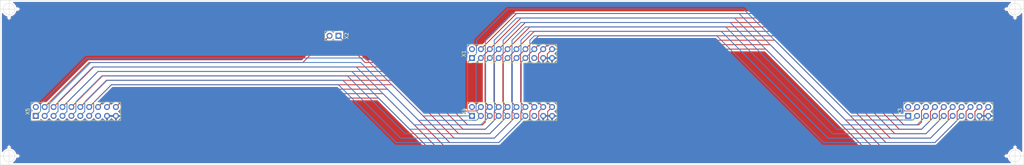
<source format=kicad_pcb>
(kicad_pcb (version 20211014) (generator pcbnew)
  (layers (0 "F.Cu" signal) (31 "B.Cu" signal) (34 "B.Paste" user) (35 "F.Paste" user) (36 "B.SilkS" user "B.Silkscreen") (37 "F.SilkS" user "F.Silkscreen") (38 "B.Mask" user) (39 "F.Mask" user) (44 "Edge.Cuts" user))
  (net 0 "")
  (net 1 "/A6")
  (net 3 "/A5")
  (net 4 "/CS0")
  (net 5 "/A4")
  (net 6 "/D7")
  (net 7 "/A3")
  (net 8 "/D6")
  (net 9 "/A2")
  (net 10 "/D5")
  (net 11 "/A1")
  (net 12 "/D4")
  (net 13 "/A0")
  (net 14 "/D3")
  (net 16 "/D2")
  (net 17 "GND")
  (net 18 "/D1")
  (net 19 "/D0")
  (net 20 "/CS1")
  (net 21 "/CS2")
  (footprint "Connector_PinHeader_2.54mm:PinHeader_2x10_P2.54mm_Vertical" (layer "F.Cu") (at 154.94 116.84 90)
    (fp_text reference "X4" (at 1.27 -2.33 90) (layer "F.SilkS"))
    (fp_text value "MA10X2")
    (fp_line (start 3.87 -1.33) (end 3.87 24.19) (layer "F.SilkS") (width 0.12))
    (fp_line (start -1.33 24.19) (end 3.87 24.19) (layer "F.SilkS") (width 0.12))
    (fp_line (start -1.33 1.27) (end -1.33 24.19) (layer "F.SilkS") (width 0.12))
    (fp_line (start -1.33 1.27) (end 1.27 1.27) (layer "F.SilkS") (width 0.12))
    (fp_line (start -1.33 -1.33) (end 0 -1.33) (layer "F.SilkS") (width 0.12))
    (fp_line (start 1.27 1.27) (end 1.27 -1.33) (layer "F.SilkS") (width 0.12))
    (fp_line (start -1.33 0) (end -1.33 -1.33) (layer "F.SilkS") (width 0.12))
    (fp_line (start 1.27 -1.33) (end 3.87 -1.33) (layer "F.SilkS") (width 0.12))
    (pad "1" thru_hole rect (at 0 0 90) (size 1.7 1.7) (drill 1) (layers *.Cu *.Mask) (net 1 "/A6"))
    (pad "2" thru_hole oval (at 2.54 0 90) (size 1.7 1.7) (drill 1) (layers *.Cu *.Mask))
    (pad "3" thru_hole oval (at 0 2.54 90) (size 1.7 1.7) (drill 1) (layers *.Cu *.Mask) (net 3 "/A5"))
    (pad "4" thru_hole oval (at 2.54 2.54 90) (size 1.7 1.7) (drill 1) (layers *.Cu *.Mask) (net 20 "/CS1"))
    (pad "5" thru_hole oval (at 0 5.08 90) (size 1.7 1.7) (drill 1) (layers *.Cu *.Mask) (net 5 "/A4"))
    (pad "6" thru_hole oval (at 2.54 5.08 90) (size 1.7 1.7) (drill 1) (layers *.Cu *.Mask) (net 6 "/D7"))
    (pad "7" thru_hole oval (at 0 7.62 90) (size 1.7 1.7) (drill 1) (layers *.Cu *.Mask) (net 7 "/A3"))
    (pad "8" thru_hole oval (at 2.54 7.62 90) (size 1.7 1.7) (drill 1) (layers *.Cu *.Mask) (net 8 "/D6"))
    (pad "9" thru_hole oval (at 0 10.16 90) (size 1.7 1.7) (drill 1) (layers *.Cu *.Mask) (net 9 "/A2"))
    (pad "10" thru_hole oval (at 2.54 10.16 90) (size 1.7 1.7) (drill 1) (layers *.Cu *.Mask) (net 10 "/D5"))
    (pad "11" thru_hole oval (at 0 12.7 90) (size 1.7 1.7) (drill 1) (layers *.Cu *.Mask) (net 11 "/A1"))
    (pad "12" thru_hole oval (at 2.54 12.7 90) (size 1.7 1.7) (drill 1) (layers *.Cu *.Mask) (net 12 "/D4"))
    (pad "13" thru_hole oval (at 0 15.24 90) (size 1.7 1.7) (drill 1) (layers *.Cu *.Mask) (net 13 "/A0"))
    (pad "14" thru_hole oval (at 2.54 15.24 90) (size 1.7 1.7) (drill 1) (layers *.Cu *.Mask) (net 14 "/D3"))
    (pad "15" thru_hole oval (at 0 17.78 90) (size 1.7 1.7) (drill 1) (layers *.Cu *.Mask))
    (pad "16" thru_hole oval (at 2.54 17.78 90) (size 1.7 1.7) (drill 1) (layers *.Cu *.Mask) (net 16 "/D2"))
    (pad "17" thru_hole oval (at 0 20.32 90) (size 1.7 1.7) (drill 1) (layers *.Cu *.Mask) (net 17 "GND"))
    (pad "18" thru_hole oval (at 2.54 20.32 90) (size 1.7 1.7) (drill 1) (layers *.Cu *.Mask) (net 18 "/D1"))
    (pad "19" thru_hole oval (at 0 22.86 90) (size 1.7 1.7) (drill 1) (layers *.Cu *.Mask) (net 17 "GND"))
    (pad "20" thru_hole oval (at 2.54 22.86 90) (size 1.7 1.7) (drill 1) (layers *.Cu *.Mask) (net 19 "/D0"))
  )
  (footprint "Connector_PinHeader_2.54mm:PinHeader_2x10_P2.54mm_Vertical" (layer "F.Cu") (at 30.48 116.84 90)
    (fp_text reference "X5" (at 1.27 -2.33 90) (layer "F.SilkS"))
    (fp_text value "MA10X2")
    (fp_line (start -1.33 1.27) (end -1.33 24.19) (layer "F.SilkS") (width 0.12))
    (fp_line (start 3.87 -1.33) (end 3.87 24.19) (layer "F.SilkS") (width 0.12))
    (fp_line (start 1.27 -1.33) (end 3.87 -1.33) (layer "F.SilkS") (width 0.12))
    (fp_line (start 1.27 1.27) (end 1.27 -1.33) (layer "F.SilkS") (width 0.12))
    (fp_line (start -1.33 1.27) (end 1.27 1.27) (layer "F.SilkS") (width 0.12))
    (fp_line (start -1.33 24.19) (end 3.87 24.19) (layer "F.SilkS") (width 0.12))
    (fp_line (start -1.33 -1.33) (end 0 -1.33) (layer "F.SilkS") (width 0.12))
    (fp_line (start -1.33 0) (end -1.33 -1.33) (layer "F.SilkS") (width 0.12))
    (pad "1" thru_hole rect (at 0 0 90) (size 1.7 1.7) (drill 1) (layers *.Cu *.Mask) (net 1 "/A6"))
    (pad "2" thru_hole oval (at 2.54 0 90) (size 1.7 1.7) (drill 1) (layers *.Cu *.Mask))
    (pad "3" thru_hole oval (at 0 2.54 90) (size 1.7 1.7) (drill 1) (layers *.Cu *.Mask) (net 3 "/A5"))
    (pad "4" thru_hole oval (at 2.54 2.54 90) (size 1.7 1.7) (drill 1) (layers *.Cu *.Mask) (net 21 "/CS2"))
    (pad "5" thru_hole oval (at 0 5.08 90) (size 1.7 1.7) (drill 1) (layers *.Cu *.Mask) (net 5 "/A4"))
    (pad "6" thru_hole oval (at 2.54 5.08 90) (size 1.7 1.7) (drill 1) (layers *.Cu *.Mask) (net 6 "/D7"))
    (pad "7" thru_hole oval (at 0 7.62 90) (size 1.7 1.7) (drill 1) (layers *.Cu *.Mask) (net 7 "/A3"))
    (pad "8" thru_hole oval (at 2.54 7.62 90) (size 1.7 1.7) (drill 1) (layers *.Cu *.Mask) (net 8 "/D6"))
    (pad "9" thru_hole oval (at 0 10.16 90) (size 1.7 1.7) (drill 1) (layers *.Cu *.Mask) (net 9 "/A2"))
    (pad "10" thru_hole oval (at 2.54 10.16 90) (size 1.7 1.7) (drill 1) (layers *.Cu *.Mask) (net 10 "/D5"))
    (pad "11" thru_hole oval (at 0 12.7 90) (size 1.7 1.7) (drill 1) (layers *.Cu *.Mask) (net 11 "/A1"))
    (pad "12" thru_hole oval (at 2.54 12.7 90) (size 1.7 1.7) (drill 1) (layers *.Cu *.Mask) (net 12 "/D4"))
    (pad "13" thru_hole oval (at 0 15.24 90) (size 1.7 1.7) (drill 1) (layers *.Cu *.Mask) (net 13 "/A0"))
    (pad "14" thru_hole oval (at 2.54 15.24 90) (size 1.7 1.7) (drill 1) (layers *.Cu *.Mask) (net 14 "/D3"))
    (pad "15" thru_hole oval (at 0 17.78 90) (size 1.7 1.7) (drill 1) (layers *.Cu *.Mask))
    (pad "16" thru_hole oval (at 2.54 17.78 90) (size 1.7 1.7) (drill 1) (layers *.Cu *.Mask) (net 16 "/D2"))
    (pad "17" thru_hole oval (at 0 20.32 90) (size 1.7 1.7) (drill 1) (layers *.Cu *.Mask) (net 17 "GND"))
    (pad "18" thru_hole oval (at 2.54 20.32 90) (size 1.7 1.7) (drill 1) (layers *.Cu *.Mask) (net 18 "/D1"))
    (pad "19" thru_hole oval (at 0 22.86 90) (size 1.7 1.7) (drill 1) (layers *.Cu *.Mask) (net 17 "GND"))
    (pad "20" thru_hole oval (at 2.54 22.86 90) (size 1.7 1.7) (drill 1) (layers *.Cu *.Mask) (net 19 "/D0"))
  )
  (footprint "Connector_PinHeader_2.54mm:PinHeader_1x02_P2.54mm_Vertical" (layer "F.Cu") (at 116.84 93.98 -90)
    (fp_text reference "X2" (at 0 -2.33 90) (layer "F.SilkS"))
    (fp_text value "J1X2")
    (fp_line (start 1.33 1.27) (end 1.33 3.87) (layer "F.SilkS") (width 0.12))
    (fp_line (start -1.33 -1.33) (end 0 -1.33) (layer "F.SilkS") (width 0.12))
    (fp_line (start -1.33 1.27) (end -1.33 3.87) (layer "F.SilkS") (width 0.12))
    (fp_line (start -1.33 1.27) (end 1.33 1.27) (layer "F.SilkS") (width 0.12))
    (fp_line (start -1.33 3.87) (end 1.33 3.87) (layer "F.SilkS") (width 0.12))
    (fp_line (start -1.33 0) (end -1.33 -1.33) (layer "F.SilkS") (width 0.12))
    (pad "1" thru_hole rect (at 0 0 270) (size 1.7 1.7) (drill 1) (layers *.Cu *.Mask) (net 20 "/CS1"))
    (pad "2" thru_hole oval (at 0 2.54 270) (size 1.7 1.7) (drill 1) (layers *.Cu *.Mask) (net 21 "/CS2"))
  )
  (footprint "Connector_PinHeader_2.54mm:PinHeader_2x10_P2.54mm_Vertical" (layer "F.Cu") (at 154.94 100.33 90)
    (fp_text reference "X1" (at 1.27 -2.33 90) (layer "F.SilkS"))
    (fp_text value "MA10X2")
    (fp_line (start -1.33 1.27) (end -1.33 24.19) (layer "F.SilkS") (width 0.12))
    (fp_line (start -1.33 0) (end -1.33 -1.33) (layer "F.SilkS") (width 0.12))
    (fp_line (start 1.27 1.27) (end 1.27 -1.33) (layer "F.SilkS") (width 0.12))
    (fp_line (start -1.33 1.27) (end 1.27 1.27) (layer "F.SilkS") (width 0.12))
    (fp_line (start -1.33 24.19) (end 3.87 24.19) (layer "F.SilkS") (width 0.12))
    (fp_line (start -1.33 -1.33) (end 0 -1.33) (layer "F.SilkS") (width 0.12))
    (fp_line (start 1.27 -1.33) (end 3.87 -1.33) (layer "F.SilkS") (width 0.12))
    (fp_line (start 3.87 -1.33) (end 3.87 24.19) (layer "F.SilkS") (width 0.12))
    (pad "1" thru_hole rect (at 0 0 90) (size 1.7 1.7) (drill 1) (layers *.Cu *.Mask) (net 1 "/A6"))
    (pad "2" thru_hole oval (at 2.54 0 90) (size 1.7 1.7) (drill 1) (layers *.Cu *.Mask))
    (pad "3" thru_hole oval (at 0 2.54 90) (size 1.7 1.7) (drill 1) (layers *.Cu *.Mask) (net 3 "/A5"))
    (pad "4" thru_hole oval (at 2.54 2.54 90) (size 1.7 1.7) (drill 1) (layers *.Cu *.Mask) (net 4 "/CS0"))
    (pad "5" thru_hole oval (at 0 5.08 90) (size 1.7 1.7) (drill 1) (layers *.Cu *.Mask) (net 5 "/A4"))
    (pad "6" thru_hole oval (at 2.54 5.08 90) (size 1.7 1.7) (drill 1) (layers *.Cu *.Mask) (net 6 "/D7"))
    (pad "7" thru_hole oval (at 0 7.62 90) (size 1.7 1.7) (drill 1) (layers *.Cu *.Mask) (net 7 "/A3"))
    (pad "8" thru_hole oval (at 2.54 7.62 90) (size 1.7 1.7) (drill 1) (layers *.Cu *.Mask) (net 8 "/D6"))
    (pad "9" thru_hole oval (at 0 10.16 90) (size 1.7 1.7) (drill 1) (layers *.Cu *.Mask) (net 9 "/A2"))
    (pad "10" thru_hole oval (at 2.54 10.16 90) (size 1.7 1.7) (drill 1) (layers *.Cu *.Mask) (net 10 "/D5"))
    (pad "11" thru_hole oval (at 0 12.7 90) (size 1.7 1.7) (drill 1) (layers *.Cu *.Mask) (net 11 "/A1"))
    (pad "12" thru_hole oval (at 2.54 12.7 90) (size 1.7 1.7) (drill 1) (layers *.Cu *.Mask) (net 12 "/D4"))
    (pad "13" thru_hole oval (at 0 15.24 90) (size 1.7 1.7) (drill 1) (layers *.Cu *.Mask) (net 13 "/A0"))
    (pad "14" thru_hole oval (at 2.54 15.24 90) (size 1.7 1.7) (drill 1) (layers *.Cu *.Mask) (net 14 "/D3"))
    (pad "15" thru_hole oval (at 0 17.78 90) (size 1.7 1.7) (drill 1) (layers *.Cu *.Mask))
    (pad "16" thru_hole oval (at 2.54 17.78 90) (size 1.7 1.7) (drill 1) (layers *.Cu *.Mask) (net 16 "/D2"))
    (pad "17" thru_hole oval (at 0 20.32 90) (size 1.7 1.7) (drill 1) (layers *.Cu *.Mask) (net 17 "GND"))
    (pad "18" thru_hole oval (at 2.54 20.32 90) (size 1.7 1.7) (drill 1) (layers *.Cu *.Mask) (net 18 "/D1"))
    (pad "19" thru_hole oval (at 0 22.86 90) (size 1.7 1.7) (drill 1) (layers *.Cu *.Mask) (net 17 "GND"))
    (pad "20" thru_hole oval (at 2.54 22.86 90) (size 1.7 1.7) (drill 1) (layers *.Cu *.Mask) (net 19 "/D0"))
  )
  (footprint "Connector_PinHeader_2.54mm:PinHeader_2x10_P2.54mm_Vertical" (layer "F.Cu") (at 279.4 116.84 90)
    (fp_text reference "X3" (at 1.27 -2.33 90) (layer "F.SilkS"))
    (fp_text value "MA10X2")
    (fp_line (start -1.33 0) (end -1.33 -1.33) (layer "F.SilkS") (width 0.12))
    (fp_line (start -1.33 24.19) (end 3.87 24.19) (layer "F.SilkS") (width 0.12))
    (fp_line (start -1.33 -1.33) (end 0 -1.33) (layer "F.SilkS") (width 0.12))
    (fp_line (start 1.27 1.27) (end 1.27 -1.33) (layer "F.SilkS") (width 0.12))
    (fp_line (start 1.27 -1.33) (end 3.87 -1.33) (layer "F.SilkS") (width 0.12))
    (fp_line (start -1.33 1.27) (end 1.27 1.27) (layer "F.SilkS") (width 0.12))
    (fp_line (start -1.33 1.27) (end -1.33 24.19) (layer "F.SilkS") (width 0.12))
    (fp_line (start 3.87 -1.33) (end 3.87 24.19) (layer "F.SilkS") (width 0.12))
    (pad "1" thru_hole rect (at 0 0 90) (size 1.7 1.7) (drill 1) (layers *.Cu *.Mask) (net 1 "/A6"))
    (pad "2" thru_hole oval (at 2.54 0 90) (size 1.7 1.7) (drill 1) (layers *.Cu *.Mask))
    (pad "3" thru_hole oval (at 0 2.54 90) (size 1.7 1.7) (drill 1) (layers *.Cu *.Mask) (net 3 "/A5"))
    (pad "4" thru_hole oval (at 2.54 2.54 90) (size 1.7 1.7) (drill 1) (layers *.Cu *.Mask) (net 4 "/CS0"))
    (pad "5" thru_hole oval (at 0 5.08 90) (size 1.7 1.7) (drill 1) (layers *.Cu *.Mask) (net 5 "/A4"))
    (pad "6" thru_hole oval (at 2.54 5.08 90) (size 1.7 1.7) (drill 1) (layers *.Cu *.Mask) (net 6 "/D7"))
    (pad "7" thru_hole oval (at 0 7.62 90) (size 1.7 1.7) (drill 1) (layers *.Cu *.Mask) (net 7 "/A3"))
    (pad "8" thru_hole oval (at 2.54 7.62 90) (size 1.7 1.7) (drill 1) (layers *.Cu *.Mask) (net 8 "/D6"))
    (pad "9" thru_hole oval (at 0 10.16 90) (size 1.7 1.7) (drill 1) (layers *.Cu *.Mask) (net 9 "/A2"))
    (pad "10" thru_hole oval (at 2.54 10.16 90) (size 1.7 1.7) (drill 1) (layers *.Cu *.Mask) (net 10 "/D5"))
    (pad "11" thru_hole oval (at 0 12.7 90) (size 1.7 1.7) (drill 1) (layers *.Cu *.Mask) (net 11 "/A1"))
    (pad "12" thru_hole oval (at 2.54 12.7 90) (size 1.7 1.7) (drill 1) (layers *.Cu *.Mask) (net 12 "/D4"))
    (pad "13" thru_hole oval (at 0 15.24 90) (size 1.7 1.7) (drill 1) (layers *.Cu *.Mask) (net 13 "/A0"))
    (pad "14" thru_hole oval (at 2.54 15.24 90) (size 1.7 1.7) (drill 1) (layers *.Cu *.Mask) (net 14 "/D3"))
    (pad "15" thru_hole oval (at 0 17.78 90) (size 1.7 1.7) (drill 1) (layers *.Cu *.Mask))
    (pad "16" thru_hole oval (at 2.54 17.78 90) (size 1.7 1.7) (drill 1) (layers *.Cu *.Mask) (net 16 "/D2"))
    (pad "17" thru_hole oval (at 0 20.32 90) (size 1.7 1.7) (drill 1) (layers *.Cu *.Mask) (net 17 "GND"))
    (pad "18" thru_hole oval (at 2.54 20.32 90) (size 1.7 1.7) (drill 1) (layers *.Cu *.Mask) (net 18 "/D1"))
    (pad "19" thru_hole oval (at 0 22.86 90) (size 1.7 1.7) (drill 1) (layers *.Cu *.Mask) (net 17 "GND"))
    (pad "20" thru_hole oval (at 2.54 22.86 90) (size 1.7 1.7) (drill 1) (layers *.Cu *.Mask) (net 19 "/D0"))
  )
  (gr_rect (start 20.32 83.82) (end 312.42 130.81) (layer "Edge.Cuts") (width 0.1) (fill none))
  (target plus (at 309.88 86.36) (size 5) (width 0.1) (layer "Edge.Cuts"))
  (target plus (at 22.86 86.36) (size 5) (width 0.1) (layer "Edge.Cuts"))
  (target plus (at 309.88 128.27) (size 5) (width 0.1) (layer "Edge.Cuts"))
  (target plus (at 22.86 128.27) (size 5) (width 0.1) (layer "Edge.Cuts"))
  (segment (start 153.67 115.57) (end 154.94 116.84) (width 0.25) (layer "B.Cu") (net 1))
  (segment (start 154.94 116.84) (end 140.97 116.84) (width 0.25) (layer "B.Cu") (net 1))
  (segment (start 156.21 99.06) (end 156.21 95.25) (width 0.25) (layer "B.Cu") (net 1))
  (segment (start 232.41 86.36) (end 262.89 116.84) (width 0.25) (layer "B.Cu") (net 1))
  (segment (start 154.94 100.33) (end 153.67 101.6) (width 0.25) (layer "B.Cu") (net 1))
  (segment (start 140.97 116.84) (end 124.46 100.33) (width 0.25) (layer "B.Cu") (net 1))
  (segment (start 44.88915 100.33) (end 31.845 113.37415) (width 0.25) (layer "B.Cu") (net 1))
  (segment (start 165.1 86.36) (end 232.41 86.36) (width 0.25) (layer "B.Cu") (net 1))
  (segment (start 31.845 115.475) (end 30.48 116.84) (width 0.25) (layer "B.Cu") (net 1))
  (segment (start 262.89 116.84) (end 279.4 116.84) (width 0.25) (layer "B.Cu") (net 1))
  (segment (start 153.67 101.6) (end 153.67 115.57) (width 0.25) (layer "B.Cu") (net 1))
  (segment (start 154.94 100.33) (end 156.21 99.06) (width 0.25) (layer "B.Cu") (net 1))
  (segment (start 31.845 113.37415) (end 31.845 115.475) (width 0.25) (layer "B.Cu") (net 1))
  (segment (start 156.21 95.25) (end 165.1 86.36) (width 0.25) (layer "B.Cu") (net 1))
  (segment (start 124.46 100.33) (end 44.88915 100.33) (width 0.25) (layer "B.Cu") (net 1))
  (segment (start 261.525 118.015) (end 280.765 118.015) (width 0.25) (layer "B.Cu") (net 3))
  (segment (start 157.48 100.33) (end 158.75 99.06) (width 0.25) (layer "B.Cu") (net 3))
  (segment (start 156.115 101.695) (end 156.115 115.475) (width 0.25) (layer "B.Cu") (net 3))
  (segment (start 157.48 116.84) (end 156.21 118.11) (width 0.25) (layer "B.Cu") (net 3))
  (segment (start 280.765 118.015) (end 281.94 116.84) (width 0.25) (layer "B.Cu") (net 3))
  (segment (start 157.48 100.33) (end 156.115 101.695) (width 0.25) (layer "B.Cu") (net 3))
  (segment (start 46.159149 101.6) (end 34.29 113.469149) (width 0.25) (layer "B.Cu") (net 3))
  (segment (start 158.75 95.25) (end 166.37 87.63) (width 0.25) (layer "B.Cu") (net 3))
  (segment (start 158.75 99.06) (end 158.75 95.25) (width 0.25) (layer "B.Cu") (net 3))
  (segment (start 34.29 115.57) (end 33.02 116.84) (width 0.25) (layer "B.Cu") (net 3))
  (segment (start 139.7 118.11) (end 123.19 101.6) (width 0.25) (layer "B.Cu") (net 3))
  (segment (start 231.14 87.63) (end 261.525 118.015) (width 0.25) (layer "B.Cu") (net 3))
  (segment (start 166.37 87.63) (end 231.14 87.63) (width 0.25) (layer "B.Cu") (net 3))
  (segment (start 156.21 118.11) (end 139.7 118.11) (width 0.25) (layer "B.Cu") (net 3))
  (segment (start 123.19 101.6) (end 46.159149 101.6) (width 0.25) (layer "B.Cu") (net 3))
  (segment (start 156.115 115.475) (end 157.48 116.84) (width 0.25) (layer "B.Cu") (net 3))
  (segment (start 34.29 113.469149) (end 34.29 115.57) (width 0.25) (layer "B.Cu") (net 3))
  (segment (start 276.955 115.475) (end 280.765 115.475) (width 0.25) (layer "F.Cu") (net 4))
  (segment (start 276.765 115.475) (end 276.955 115.475) (width 0.25) (layer "F.Cu") (net 4))
  (segment (start 184.15 87.63) (end 248.92 87.63) (width 0.25) (layer "F.Cu") (net 4))
  (segment (start 276.765 115.475) (end 248.92 87.63) (width 0.25) (layer "F.Cu") (net 4))
  (segment (start 280.765 115.475) (end 281.94 114.3) (width 0.25) (layer "F.Cu") (net 4))
  (segment (start 157.48 97.79) (end 167.64 87.63) (width 0.25) (layer "F.Cu") (net 4))
  (segment (start 167.64 87.63) (end 184.15 87.63) (width 0.25) (layer "F.Cu") (net 4))
  (segment (start 158.845 101.505) (end 158.845 115.665) (width 0.25) (layer "B.Cu") (net 5))
  (segment (start 160.02 100.33) (end 158.845 101.505) (width 0.25) (layer "B.Cu") (net 5))
  (segment (start 36.83 112.834149) (end 36.83 115.57) (width 0.25) (layer "B.Cu") (net 5))
  (segment (start 160.02 100.33) (end 161.29 99.06) (width 0.25) (layer "B.Cu") (net 5))
  (segment (start 158.845 115.665) (end 160.02 116.84) (width 0.25) (layer "B.Cu") (net 5))
  (segment (start 138.43 119.38) (end 121.92 102.87) (width 0.25) (layer "B.Cu") (net 5))
  (segment (start 229.87 88.9) (end 260.35 119.38) (width 0.25) (layer "B.Cu") (net 5))
  (segment (start 36.83 115.57) (end 35.56 116.84) (width 0.25) (layer "B.Cu") (net 5))
  (segment (start 161.29 99.06) (end 161.29 95.25) (width 0.25) (layer "B.Cu") (net 5))
  (segment (start 160.02 116.84) (end 157.48 119.38) (width 0.25) (layer "B.Cu") (net 5))
  (segment (start 46.794149 102.87) (end 36.83 112.834149) (width 0.25) (layer "B.Cu") (net 5))
  (segment (start 157.48 119.38) (end 138.43 119.38) (width 0.25) (layer "B.Cu") (net 5))
  (segment (start 167.64 88.9) (end 229.87 88.9) (width 0.25) (layer "B.Cu") (net 5))
  (segment (start 260.35 119.38) (end 281.94 119.38) (width 0.25) (layer "B.Cu") (net 5))
  (segment (start 281.94 119.38) (end 284.48 116.84) (width 0.25) (layer "B.Cu") (net 5))
  (segment (start 161.29 95.25) (end 167.64 88.9) (width 0.25) (layer "B.Cu") (net 5))
  (segment (start 121.92 102.87) (end 46.794149 102.87) (width 0.25) (layer "B.Cu") (net 5))
  (segment (start 158.75 118.596701) (end 157.966701 119.38) (width 0.25) (layer "F.Cu") (net 6))
  (segment (start 284.370213 114.190213) (end 283.21 115.350426) (width 0.25) (layer "F.Cu") (net 6))
  (segment (start 159.910213 114.190213) (end 158.75 115.350426) (width 0.25) (layer "F.Cu") (net 6))
  (segment (start 158.655 112.935) (end 160.02 114.3) (width 0.25) (layer "F.Cu") (net 6))
  (segment (start 158.655 99.155) (end 158.655 112.935) (width 0.25) (layer "F.Cu") (net 6))
  (segment (start 283.21 115.350426) (end 283.21 118.596701) (width 0.25) (layer "F.Cu") (net 6))
  (segment (start 158.75 115.350426) (end 158.75 118.596701) (width 0.25) (layer "F.Cu") (net 6))
  (segment (start 157.966701 119.38) (end 153.67 119.38) (width 0.25) (layer "F.Cu") (net 6))
  (segment (start 137.16 102.87) (end 46.99 102.87) (width 0.25) (layer "F.Cu") (net 6))
  (segment (start 158.655 112.935) (end 159.910213 114.190213) (width 0.25) (layer "F.Cu") (net 6))
  (segment (start 160.02 97.79) (end 168.91 88.9) (width 0.25) (layer "F.Cu") (net 6))
  (segment (start 282.426701 119.38) (end 278.13 119.38) (width 0.25) (layer "F.Cu") (net 6))
  (segment (start 160.02 97.79) (end 158.655 99.155) (width 0.25) (layer "F.Cu") (net 6))
  (segment (start 247.65 88.9) (end 278.13 119.38) (width 0.25) (layer "F.Cu") (net 6))
  (segment (start 283.21 118.596701) (end 282.426701 119.38) (width 0.25) (layer "F.Cu") (net 6))
  (segment (start 46.99 102.87) (end 35.56 114.3) (width 0.25) (layer "F.Cu") (net 6))
  (segment (start 153.67 119.38) (end 137.16 102.87) (width 0.25) (layer "F.Cu") (net 6))
  (segment (start 168.91 88.9) (end 247.65 88.9) (width 0.25) (layer "F.Cu") (net 6))
  (segment (start 120.65 104.14) (end 48.26 104.14) (width 0.25) (layer "B.Cu") (net 7))
  (segment (start 39.37 115.57) (end 38.1 116.84) (width 0.25) (layer "B.Cu") (net 7))
  (segment (start 158.75 120.65) (end 137.16 120.65) (width 0.25) (layer "B.Cu") (net 7))
  (segment (start 48.26 104.14) (end 39.37 113.03) (width 0.25) (layer "B.Cu") (net 7))
  (segment (start 228.6 90.17) (end 168.91 90.17) (width 0.25) (layer "B.Cu") (net 7))
  (segment (start 259.08 120.65) (end 228.6 90.17) (width 0.25) (layer "B.Cu") (net 7))
  (segment (start 162.56 100.33) (end 161.385 101.505) (width 0.25) (layer "B.Cu") (net 7))
  (segment (start 137.16 120.65) (end 120.65 104.14) (width 0.25) (layer "B.Cu") (net 7))
  (segment (start 287.02 116.84) (end 283.21 120.65) (width 0.25) (layer "B.Cu") (net 7))
  (segment (start 161.385 115.665) (end 162.56 116.84) (width 0.25) (layer "B.Cu") (net 7))
  (segment (start 161.385 101.505) (end 161.385 115.665) (width 0.25) (layer "B.Cu") (net 7))
  (segment (start 163.83 99.06) (end 162.56 100.33) (width 0.25) (layer "B.Cu") (net 7))
  (segment (start 283.21 120.65) (end 259.08 120.65) (width 0.25) (layer "B.Cu") (net 7))
  (segment (start 163.83 95.25) (end 163.83 99.06) (width 0.25) (layer "B.Cu") (net 7))
  (segment (start 162.56 116.84) (end 158.75 120.65) (width 0.25) (layer "B.Cu") (net 7))
  (segment (start 168.91 90.17) (end 163.83 95.25) (width 0.25) (layer "B.Cu") (net 7))
  (segment (start 39.37 113.03) (end 39.37 115.57) (width 0.25) (layer "B.Cu") (net 7))
  (segment (start 158.75 120.65) (end 152.4 120.65) (width 0.25) (layer "F.Cu") (net 8))
  (segment (start 161.195 112.935) (end 162.56 114.3) (width 0.25) (layer "F.Cu") (net 8))
  (segment (start 162.56 114.3) (end 161.29 115.57) (width 0.25) (layer "F.Cu") (net 8))
  (segment (start 161.195 99.155) (end 161.195 112.935) (width 0.25) (layer "F.Cu") (net 8))
  (segment (start 162.56 97.79) (end 170.18 90.17) (width 0.25) (layer "F.Cu") (net 8))
  (segment (start 152.4 120.65) (end 135.89 104.14) (width 0.25) (layer "F.Cu") (net 8))
  (segment (start 161.29 115.57) (end 161.29 118.11) (width 0.25) (layer "F.Cu") (net 8))
  (segment (start 246.38 90.17) (end 276.86 120.65) (width 0.25) (layer "F.Cu") (net 8))
  (segment (start 283.21 120.65) (end 285.75 118.11) (width 0.25) (layer "F.Cu") (net 8))
  (segment (start 285.75 118.11) (end 285.75 115.57) (width 0.25) (layer "F.Cu") (net 8))
  (segment (start 276.86 120.65) (end 283.21 120.65) (width 0.25) (layer "F.Cu") (net 8))
  (segment (start 285.75 115.57) (end 287.02 114.3) (width 0.25) (layer "F.Cu") (net 8))
  (segment (start 162.56 97.79) (end 161.195 99.155) (width 0.25) (layer "F.Cu") (net 8))
  (segment (start 161.29 118.11) (end 158.75 120.65) (width 0.25) (layer "F.Cu") (net 8))
  (segment (start 170.18 90.17) (end 246.38 90.17) (width 0.25) (layer "F.Cu") (net 8))
  (segment (start 48.26 104.14) (end 38.1 114.3) (width 0.25) (layer "F.Cu") (net 8))
  (segment (start 135.89 104.14) (end 48.26 104.14) (width 0.25) (layer "F.Cu") (net 8))
  (segment (start 170.18 91.44) (end 166.37 95.25) (width 0.25) (layer "B.Cu") (net 9))
  (segment (start 163.925 115.665) (end 165.1 116.84) (width 0.25) (layer "B.Cu") (net 9))
  (segment (start 119.38 105.41) (end 49.334149 105.41) (width 0.25) (layer "B.Cu") (net 9))
  (segment (start 289.56 116.84) (end 284.48 121.92) (width 0.25) (layer "B.Cu") (net 9))
  (segment (start 165.1 116.84) (end 160.02 121.92) (width 0.25) (layer "B.Cu") (net 9))
  (segment (start 257.81 121.92) (end 227.33 91.44) (width 0.25) (layer "B.Cu") (net 9))
  (segment (start 160.02 121.92) (end 135.89 121.92) (width 0.25) (layer "B.Cu") (net 9))
  (segment (start 227.33 91.44) (end 170.18 91.44) (width 0.25) (layer "B.Cu") (net 9))
  (segment (start 166.37 99.06) (end 165.1 100.33) (width 0.25) (layer "B.Cu") (net 9))
  (segment (start 165.1 100.33) (end 163.925 101.505) (width 0.25) (layer "B.Cu") (net 9))
  (segment (start 163.925 101.505) (end 163.925 115.665) (width 0.25) (layer "B.Cu") (net 9))
  (segment (start 135.89 121.92) (end 119.38 105.41) (width 0.25) (layer "B.Cu") (net 9))
  (segment (start 49.334149 105.41) (end 41.91 112.834149) (width 0.25) (layer "B.Cu") (net 9))
  (segment (start 41.91 112.834149) (end 41.91 115.57) (width 0.25) (layer "B.Cu") (net 9))
  (segment (start 41.91 115.57) (end 40.64 116.84) (width 0.25) (layer "B.Cu") (net 9))
  (segment (start 166.37 95.25) (end 166.37 99.06) (width 0.25) (layer "B.Cu") (net 9))
  (segment (start 284.48 121.92) (end 257.81 121.92) (width 0.25) (layer "B.Cu") (net 9))
  (segment (start 163.83 115.57) (end 163.83 118.11) (width 0.25) (layer "F.Cu") (net 10))
  (segment (start 181.61 91.44) (end 184.15 91.44) (width 0.25) (layer "F.Cu") (net 10))
  (segment (start 165.1 114.3) (end 163.83 115.57) (width 0.25) (layer "F.Cu") (net 10))
  (segment (start 184.15 91.44) (end 245.11 91.44) (width 0.25) (layer "F.Cu") (net 10))
  (segment (start 163.83 118.11) (end 160.02 121.92) (width 0.25) (layer "F.Cu") (net 10))
  (segment (start 165.1 97.79) (end 163.735 99.155) (width 0.25) (layer "F.Cu") (net 10))
  (segment (start 163.735 112.935) (end 165.1 114.3) (width 0.25) (layer "F.Cu") (net 10))
  (segment (start 59.69 105.41) (end 130.81 105.41) (width 0.25) (layer "F.Cu") (net 10))
  (segment (start 165.1 97.79) (end 171.45 91.44) (width 0.25) (layer "F.Cu") (net 10))
  (segment (start 288.29 115.57) (end 288.29 118.11) (width 0.25) (layer "F.Cu") (net 10))
  (segment (start 153.67 121.92) (end 151.13 121.92) (width 0.25) (layer "F.Cu") (net 10))
  (segment (start 171.45 91.44) (end 181.61 91.44) (width 0.25) (layer "F.Cu") (net 10))
  (segment (start 151.13 121.92) (end 134.62 105.41) (width 0.25) (layer "F.Cu") (net 10))
  (segment (start 160.02 121.92) (end 153.67 121.92) (width 0.25) (layer "F.Cu") (net 10))
  (segment (start 40.64 114.3) (end 49.53 105.41) (width 0.25) (layer "F.Cu") (net 10))
  (segment (start 288.29 118.11) (end 284.48 121.92) (width 0.25) (layer "F.Cu") (net 10))
  (segment (start 284.48 121.92) (end 278.13 121.92) (width 0.25) (layer "F.Cu") (net 10))
  (segment (start 134.62 105.41) (end 130.81 105.41) (width 0.25) (layer "F.Cu") (net 10))
  (segment (start 163.735 99.155) (end 163.735 112.935) (width 0.25) (layer "F.Cu") (net 10))
  (segment (start 278.13 121.92) (end 275.59 121.92) (width 0.25) (layer "F.Cu") (net 10))
  (segment (start 49.53 105.41) (end 59.69 105.41) (width 0.25) (layer "F.Cu") (net 10))
  (segment (start 289.56 114.3) (end 288.29 115.57) (width 0.25) (layer "F.Cu") (net 10))
  (segment (start 245.11 91.44) (end 275.59 121.92) (width 0.25) (layer "F.Cu") (net 10))
  (segment (start 118.11 106.68) (end 50.604149 106.68) (width 0.25) (layer "B.Cu") (net 11))
  (segment (start 50.604149 106.68) (end 44.45 112.834149) (width 0.25) (layer "B.Cu") (net 11))
  (segment (start 171.45 92.71) (end 168.91 95.25) (width 0.25) (layer "B.Cu") (net 11))
  (segment (start 166.465 101.505) (end 166.465 115.665) (width 0.25) (layer "B.Cu") (net 11))
  (segment (start 226.06 92.71) (end 171.45 92.71) (width 0.25) (layer "B.Cu") (net 11))
  (segment (start 285.75 123.19) (end 256.54 123.19) (width 0.25) (layer "B.Cu") (net 11))
  (segment (start 161.29 123.19) (end 134.62 123.19) (width 0.25) (layer "B.Cu") (net 11))
  (segment (start 167.64 116.84) (end 161.29 123.19) (width 0.25) (layer "B.Cu") (net 11))
  (segment (start 166.465 115.665) (end 167.64 116.84) (width 0.25) (layer "B.Cu") (net 11))
  (segment (start 168.91 99.06) (end 167.64 100.33) (width 0.25) (layer "B.Cu") (net 11))
  (segment (start 168.91 95.25) (end 168.91 99.06) (width 0.25) (layer "B.Cu") (net 11))
  (segment (start 44.45 115.57) (end 43.18 116.84) (width 0.25) (layer "B.Cu") (net 11))
  (segment (start 292.1 116.84) (end 285.75 123.19) (width 0.25) (layer "B.Cu") (net 11))
  (segment (start 134.62 123.19) (end 118.11 106.68) (width 0.25) (layer "B.Cu") (net 11))
  (segment (start 256.54 123.19) (end 226.06 92.71) (width 0.25) (layer "B.Cu") (net 11))
  (segment (start 167.64 100.33) (end 166.465 101.505) (width 0.25) (layer "B.Cu") (net 11))
  (segment (start 44.45 112.834149) (end 44.45 115.57) (width 0.25) (layer "B.Cu") (net 11))
  (segment (start 161.29 123.19) (end 153.67 123.19) (width 0.25) (layer "F.Cu") (net 12))
  (segment (start 50.8 106.68) (end 59.69 106.68) (width 0.25) (layer "F.Cu") (net 12))
  (segment (start 149.86 123.19) (end 133.35 106.68) (width 0.25) (layer "F.Cu") (net 12))
  (segment (start 274.32 123.19) (end 243.84 92.71) (width 0.25) (layer "F.Cu") (net 12))
  (segment (start 172.72 92.71) (end 184.15 92.71) (width 0.25) (layer "F.Cu") (net 12))
  (segment (start 167.64 97.79) (end 172.72 92.71) (width 0.25) (layer "F.Cu") (net 12))
  (segment (start 43.18 114.3) (end 50.8 106.68) (width 0.25) (layer "F.Cu") (net 12))
  (segment (start 290.83 118.11) (end 285.75 123.19) (width 0.25) (layer "F.Cu") (net 12))
  (segment (start 292.1 114.3) (end 290.83 115.57) (width 0.25) (layer "F.Cu") (net 12))
  (segment (start 278.13 123.19) (end 274.32 123.19) (width 0.25) (layer "F.Cu") (net 12))
  (segment (start 133.35 106.68) (end 130.81 106.68) (width 0.25) (layer "F.Cu") (net 12))
  (segment (start 59.69 106.68) (end 130.81 106.68) (width 0.25) (layer "F.Cu") (net 12))
  (segment (start 167.64 114.3) (end 166.37 115.57) (width 0.25) (layer "F.Cu") (net 12))
  (segment (start 184.15 92.71) (end 243.84 92.71) (width 0.25) (layer "F.Cu") (net 12))
  (segment (start 290.83 115.57) (end 290.83 118.11) (width 0.25) (layer "F.Cu") (net 12))
  (segment (start 153.67 123.19) (end 149.86 123.19) (width 0.25) (layer "F.Cu") (net 12))
  (segment (start 167.64 97.79) (end 166.275 99.155) (width 0.25) (layer "F.Cu") (net 12))
  (segment (start 166.37 115.57) (end 166.37 118.11) (width 0.25) (layer "F.Cu") (net 12))
  (segment (start 166.37 118.11) (end 161.29 123.19) (width 0.25) (layer "F.Cu") (net 12))
  (segment (start 166.275 112.935) (end 167.64 114.3) (width 0.25) (layer "F.Cu") (net 12))
  (segment (start 285.75 123.19) (end 278.13 123.19) (width 0.25) (layer "F.Cu") (net 12))
  (segment (start 166.275 99.155) (end 166.275 112.935) (width 0.25) (layer "F.Cu") (net 12))
  (segment (start 172.72 93.98) (end 171.45 95.25) (width 0.25) (layer "B.Cu") (net 13))
  (segment (start 170.18 100.33) (end 169.005 101.505) (width 0.25) (layer "B.Cu") (net 13))
  (segment (start 162.56 124.46) (end 133.35 124.46) (width 0.25) (layer "B.Cu") (net 13))
  (segment (start 169.005 115.665) (end 170.18 116.84) (width 0.25) (layer "B.Cu") (net 13))
  (segment (start 224.79 93.98) (end 172.72 93.98) (width 0.25) (layer "B.Cu") (net 13))
  (segment (start 133.35 124.46) (end 116.84 107.95) (width 0.25) (layer "B.Cu") (net 13))
  (segment (start 52.07 107.95) (end 46.99 113.03) (width 0.25) (layer "B.Cu") (net 13))
  (segment (start 116.84 107.95) (end 52.07 107.95) (width 0.25) (layer "B.Cu") (net 13))
  (segment (start 171.45 95.25) (end 171.45 99.06) (width 0.25) (layer "B.Cu") (net 13))
  (segment (start 46.99 113.03) (end 46.99 115.57) (width 0.25) (layer "B.Cu") (net 13))
  (segment (start 46.99 115.57) (end 45.72 116.84) (width 0.25) (layer "B.Cu") (net 13))
  (segment (start 171.45 99.06) (end 170.18 100.33) (width 0.25) (layer "B.Cu") (net 13))
  (segment (start 169.005 101.505) (end 169.005 115.665) (width 0.25) (layer "B.Cu") (net 13))
  (segment (start 170.18 116.84) (end 162.56 124.46) (width 0.25) (layer "B.Cu") (net 13))
  (segment (start 294.64 116.84) (end 287.02 124.46) (width 0.25) (layer "B.Cu") (net 13))
  (segment (start 287.02 124.46) (end 255.27 124.46) (width 0.25) (layer "B.Cu") (net 13))
  (segment (start 255.27 124.46) (end 224.79 93.98) (width 0.25) (layer "B.Cu") (net 13))
  (segment (start 293.37 118.11) (end 293.37 115.57) (width 0.25) (layer "F.Cu") (net 14))
  (segment (start 242.57 93.98) (end 273.05 124.46) (width 0.25) (layer "F.Cu") (net 14))
  (segment (start 170.18 97.79) (end 168.815 99.155) (width 0.25) (layer "F.Cu") (net 14))
  (segment (start 162.56 124.46) (end 148.59 124.46) (width 0.25) (layer "F.Cu") (net 14))
  (segment (start 148.59 124.46) (end 132.08 107.95) (width 0.25) (layer "F.Cu") (net 14))
  (segment (start 170.18 114.3) (end 168.91 115.57) (width 0.25) (layer "F.Cu") (net 14))
  (segment (start 132.08 107.95) (end 52.07 107.95) (width 0.25) (layer "F.Cu") (net 14))
  (segment (start 293.37 115.57) (end 294.64 114.3) (width 0.25) (layer "F.Cu") (net 14))
  (segment (start 168.91 118.11) (end 162.56 124.46) (width 0.25) (layer "F.Cu") (net 14))
  (segment (start 287.02 124.46) (end 293.37 118.11) (width 0.25) (layer "F.Cu") (net 14))
  (segment (start 273.05 124.46) (end 287.02 124.46) (width 0.25) (layer "F.Cu") (net 14))
  (segment (start 168.815 112.935) (end 170.18 114.3) (width 0.25) (layer "F.Cu") (net 14))
  (segment (start 173.99 93.98) (end 242.57 93.98) (width 0.25) (layer "F.Cu") (net 14))
  (segment (start 168.815 99.155) (end 168.815 112.935) (width 0.25) (layer "F.Cu") (net 14))
  (segment (start 170.18 97.79) (end 173.99 93.98) (width 0.25) (layer "F.Cu") (net 14))
  (segment (start 52.07 107.95) (end 45.72 114.3) (width 0.25) (layer "F.Cu") (net 14))
  (segment (start 168.91 115.57) (end 168.91 118.11) (width 0.25) (layer "F.Cu") (net 14))
  (segment (start 288.29 125.73) (end 295.91 118.11) (width 0.25) (layer "F.Cu") (net 16))
  (segment (start 175.26 95.25) (end 241.3 95.25) (width 0.25) (layer "F.Cu") (net 16))
  (segment (start 53.34 109.22) (end 59.69 109.22) (width 0.25) (layer "F.Cu") (net 16))
  (segment (start 271.78 125.73) (end 288.29 125.73) (width 0.25) (layer "F.Cu") (net 16))
  (segment (start 171.45 118.11) (end 163.83 125.73) (width 0.25) (layer "F.Cu") (net 16))
  (segment (start 295.91 115.57) (end 297.18 114.3) (width 0.25) (layer "F.Cu") (net 16))
  (segment (start 48.26 114.3) (end 53.34 109.22) (width 0.25) (layer "F.Cu") (net 16))
  (segment (start 171.45 115.57) (end 171.45 118.11) (width 0.25) (layer "F.Cu") (net 16))
  (segment (start 171.355 112.935) (end 172.72 114.3) (width 0.25) (layer "F.Cu") (net 16))
  (segment (start 147.32 125.73) (end 130.81 109.22) (width 0.25) (layer "F.Cu") (net 16))
  (segment (start 172.72 97.79) (end 175.26 95.25) (width 0.25) (layer "F.Cu") (net 16))
  (segment (start 171.355 99.155) (end 171.355 112.935) (width 0.25) (layer "F.Cu") (net 16))
  (segment (start 172.72 114.3) (end 171.45 115.57) (width 0.25) (layer "F.Cu") (net 16))
  (segment (start 163.83 125.73) (end 147.32 125.73) (width 0.25) (layer "F.Cu") (net 16))
  (segment (start 241.3 95.25) (end 271.78 125.73) (width 0.25) (layer "F.Cu") (net 16))
  (segment (start 172.72 97.79) (end 171.355 99.155) (width 0.25) (layer "F.Cu") (net 16))
  (segment (start 59.69 109.22) (end 130.81 109.22) (width 0.25) (layer "F.Cu") (net 16))
  (segment (start 295.91 118.11) (end 295.91 115.57) (width 0.25) (layer "F.Cu") (net 16))
  (segment (start 175.26 97.79) (end 173.895 99.155) (width 0.25) (layer "F.Cu") (net 18))
  (segment (start 173.99 118.11) (end 165.225 126.875) (width 0.25) (layer "F.Cu") (net 18))
  (segment (start 298.45 115.57) (end 299.72 114.3) (width 0.25) (layer "F.Cu") (net 18))
  (segment (start 298.45 118.11) (end 298.45 115.57) (width 0.25) (layer "F.Cu") (net 18))
  (segment (start 145.925 126.875) (end 129.54 110.49) (width 0.25) (layer "F.Cu") (net 18))
  (segment (start 146.05 126.875) (end 145.925 126.875) (width 0.25) (layer "F.Cu") (net 18))
  (segment (start 173.99 115.57) (end 173.99 118.11) (width 0.25) (layer "F.Cu") (net 18))
  (segment (start 165.225 126.875) (end 146.05 126.875) (width 0.25) (layer "F.Cu") (net 18))
  (segment (start 50.8 114.3) (end 54.61 110.49) (width 0.25) (layer "F.Cu") (net 18))
  (segment (start 176.53 96.52) (end 240.03 96.52) (width 0.25) (layer "F.Cu") (net 18))
  (segment (start 270.385 126.875) (end 289.685 126.875) (width 0.25) (layer "F.Cu") (net 18))
  (segment (start 173.895 112.935) (end 175.26 114.3) (width 0.25) (layer "F.Cu") (net 18))
  (segment (start 240.03 96.52) (end 270.385 126.875) (width 0.25) (layer "F.Cu") (net 18))
  (segment (start 289.685 126.875) (end 298.45 118.11) (width 0.25) (layer "F.Cu") (net 18))
  (segment (start 173.895 99.155) (end 173.895 112.935) (width 0.25) (layer "F.Cu") (net 18))
  (segment (start 54.61 110.49) (end 129.54 110.49) (width 0.25) (layer "F.Cu") (net 18))
  (segment (start 175.26 114.3) (end 173.99 115.57) (width 0.25) (layer "F.Cu") (net 18))
  (segment (start 175.26 97.79) (end 176.53 96.52) (width 0.25) (layer "F.Cu") (net 18))
  (segment (start 177.8 114.3) (end 176.53 115.57) (width 0.25) (layer "F.Cu") (net 19))
  (segment (start 176.53 115.57) (end 176.53 118.11) (width 0.25) (layer "F.Cu") (net 19))
  (segment (start 238.76 97.79) (end 177.8 97.79) (width 0.25) (layer "F.Cu") (net 19))
  (segment (start 177.8 97.79) (end 176.435 99.155) (width 0.25) (layer "F.Cu") (net 19))
  (segment (start 269.24 128.27) (end 238.76 97.79) (width 0.25) (layer "F.Cu") (net 19))
  (segment (start 55.88 111.76) (end 128.27 111.76) (width 0.25) (layer "F.Cu") (net 19))
  (segment (start 302.26 114.3) (end 300.99 115.57) (width 0.25) (layer "F.Cu") (net 19))
  (segment (start 176.435 112.935) (end 177.8 114.3) (width 0.25) (layer "F.Cu") (net 19))
  (segment (start 176.53 118.11) (end 166.37 128.27) (width 0.25) (layer "F.Cu") (net 19))
  (segment (start 300.99 115.57) (end 300.99 118.11) (width 0.25) (layer "F.Cu") (net 19))
  (segment (start 290.83 128.27) (end 269.24 128.27) (width 0.25) (layer "F.Cu") (net 19))
  (segment (start 53.34 114.3) (end 55.88 111.76) (width 0.25) (layer "F.Cu") (net 19))
  (segment (start 128.27 111.76) (end 144.78 128.27) (width 0.25) (layer "F.Cu") (net 19))
  (segment (start 176.435 99.155) (end 176.435 112.935) (width 0.25) (layer "F.Cu") (net 19))
  (segment (start 300.99 118.11) (end 290.83 128.27) (width 0.25) (layer "F.Cu") (net 19))
  (segment (start 166.37 128.27) (end 144.78 128.27) (width 0.25) (layer "F.Cu") (net 19))
  (segment (start 116.84 93.98) (end 124.46 101.6) (width 0.25) (layer "F.Cu") (net 20))
  (segment (start 138.43 101.6) (end 152.305 115.475) (width 0.25) (layer "F.Cu") (net 20))
  (segment (start 124.46 101.6) (end 138.43 101.6) (width 0.25) (layer "F.Cu") (net 20))
  (segment (start 156.305 115.475) (end 157.48 114.3) (width 0.25) (layer "F.Cu") (net 20))
  (segment (start 152.305 115.475) (end 156.305 115.475) (width 0.25) (layer "F.Cu") (net 20))
  (segment (start 45.72 101.6) (end 106.68 101.6) (width 0.25) (layer "F.Cu") (net 21))
  (segment (start 106.68 101.6) (end 114.3 93.98) (width 0.25) (layer "F.Cu") (net 21))
  (segment (start 33.02 114.3) (end 45.72 101.6) (width 0.25) (layer "F.Cu") (net 21))
  (zone (net 17) (net_name "GND") (layer "F.Cu") (connect_pads (clearance 0.508)) (min_thickness 0.254) (fill yes (thermal_gap 0.508) (thermal_bridge_width 0.508))
    (polygon (pts (xy 312.42 130.81) (xy 20.32 130.81) (xy 20.32 83.82) (xy 312.42 83.82)))
  )
  (zone (net 17) (net_name "GND") (layer "B.Cu") (connect_pads (clearance 0.508)) (min_thickness 0.254) (fill yes (thermal_gap 0.508) (thermal_bridge_width 0.508))
    (polygon (pts (xy 312.42 130.81) (xy 20.32 130.81) (xy 20.32 83.82) (xy 312.42 83.82)))
  )
)
</source>
